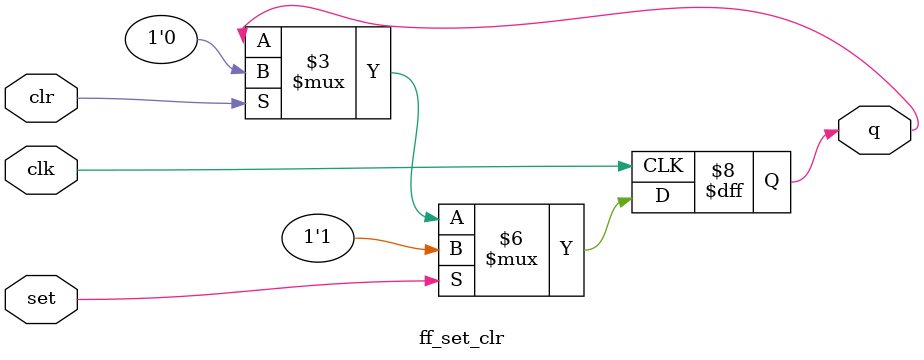
<source format=v>
module ff_set_clr (
   input       clk,
   input       set,
   input       clr,
   output reg  q
   );
   
   initial q = 1'b0;
   
   always @(posedge clk)
      if (set)
         q <= 1'b1;
      else if (clr)
         q <= 1'b0;

endmodule

</source>
